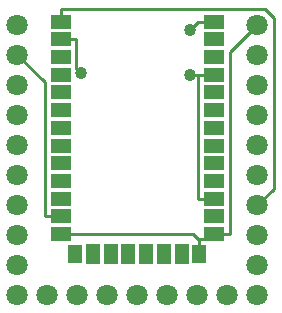
<source format=gbr>
G04 #@! TF.FileFunction,Copper,L1,Top,Signal*
%FSLAX46Y46*%
G04 Gerber Fmt 4.6, Leading zero omitted, Abs format (unit mm)*
G04 Created by KiCad (PCBNEW 0.201509251832+6217~30~ubuntu14.04.1-product) date gio 08 ott 2015 22:51:30 CEST*
%MOMM*%
G01*
G04 APERTURE LIST*
%ADD10C,0.100000*%
%ADD11R,1.699260X1.198880*%
%ADD12R,1.198880X1.597660*%
%ADD13R,1.198880X1.699260*%
%ADD14C,1.800000*%
%ADD15C,1.035000*%
%ADD16C,0.254000*%
G04 APERTURE END LIST*
D10*
D11*
X142090140Y-106789220D03*
X142090140Y-108290360D03*
X142090140Y-109788960D03*
X142090140Y-105290620D03*
X142090140Y-103789480D03*
X142090140Y-102290880D03*
X142090140Y-100789740D03*
X142090140Y-99291140D03*
X142090140Y-97790000D03*
X142090140Y-96288860D03*
X142090140Y-94790260D03*
X142090140Y-93289120D03*
X142090140Y-91790520D03*
D12*
X143339820Y-111485680D03*
D13*
X144843500Y-111439960D03*
X146342100Y-111439960D03*
X147840700Y-111439960D03*
X149339300Y-111439960D03*
X150837900Y-111439960D03*
X152336500Y-111439960D03*
D12*
X153835100Y-111488220D03*
D11*
X155089860Y-109788960D03*
X155089860Y-108290360D03*
X155089860Y-106786680D03*
X155089860Y-105290620D03*
X155089860Y-103789480D03*
X155089860Y-102290880D03*
X155089860Y-100789740D03*
X155089860Y-99291140D03*
X155089860Y-97790000D03*
X155089860Y-96288860D03*
X155089860Y-94790260D03*
X155089860Y-93289120D03*
X155089860Y-91790520D03*
D14*
X138430000Y-92075000D03*
X138430000Y-94615000D03*
X138430000Y-97155000D03*
X138430000Y-99695000D03*
X138430000Y-102235000D03*
X138430000Y-104775000D03*
X138430000Y-107315000D03*
X138430000Y-109855000D03*
X138430000Y-112395000D03*
X138430000Y-114935000D03*
X140970000Y-114935000D03*
X143510000Y-114935000D03*
X146050000Y-114935000D03*
X148590000Y-114935000D03*
X151130000Y-114935000D03*
X153670000Y-114935000D03*
X156210000Y-114935000D03*
X158750000Y-112395000D03*
X158750000Y-109855000D03*
X158750000Y-107315000D03*
X158750000Y-104775000D03*
X158750000Y-102235000D03*
X158750000Y-99695000D03*
X158750000Y-97155000D03*
X158750000Y-94615000D03*
X158750000Y-114935000D03*
X158750000Y-92075000D03*
D15*
X143829300Y-96176400D03*
X153085600Y-96288900D03*
X153060500Y-92471800D03*
D16*
X156420800Y-94404200D02*
X158750000Y-92075000D01*
X156420800Y-109789000D02*
X156420800Y-94404200D01*
X155755400Y-109789000D02*
X155534300Y-109789000D01*
X155755400Y-109789000D02*
X156420800Y-109789000D01*
X155089900Y-109789000D02*
X155312100Y-109789000D01*
X155312100Y-109789000D02*
X155534300Y-109789000D01*
X154893000Y-110208100D02*
X153835100Y-110208100D01*
X155312100Y-109789000D02*
X154893000Y-110208100D01*
X153835100Y-111488200D02*
X153835100Y-110310700D01*
X153835100Y-110310700D02*
X153835100Y-110208100D01*
X153313400Y-109789000D02*
X142090100Y-109789000D01*
X153835100Y-110310700D02*
X153313400Y-109789000D01*
X142090100Y-93289100D02*
X143421000Y-93289100D01*
X143421000Y-95768100D02*
X143829300Y-96176400D01*
X143421000Y-93289100D02*
X143421000Y-95768100D01*
X140759200Y-96944200D02*
X140759200Y-108290400D01*
X138430000Y-94615000D02*
X140759200Y-96944200D01*
X142090100Y-108290400D02*
X140759200Y-108290400D01*
X155089900Y-106786700D02*
X153759000Y-106786700D01*
X153759000Y-96288900D02*
X153759000Y-106786700D01*
X153085600Y-96288900D02*
X153759000Y-96288900D01*
X153759000Y-96288900D02*
X155089900Y-96288900D01*
X153741800Y-91790500D02*
X155089900Y-91790500D01*
X153060500Y-92471800D02*
X153741800Y-91790500D01*
X142108300Y-90691600D02*
X142090100Y-90709800D01*
X159361300Y-90691600D02*
X142108300Y-90691600D01*
X160135000Y-91465300D02*
X159361300Y-90691600D01*
X160135000Y-105930000D02*
X160135000Y-91465300D01*
X158750000Y-107315000D02*
X160135000Y-105930000D01*
X142090100Y-91790500D02*
X142090100Y-90709800D01*
M02*

</source>
